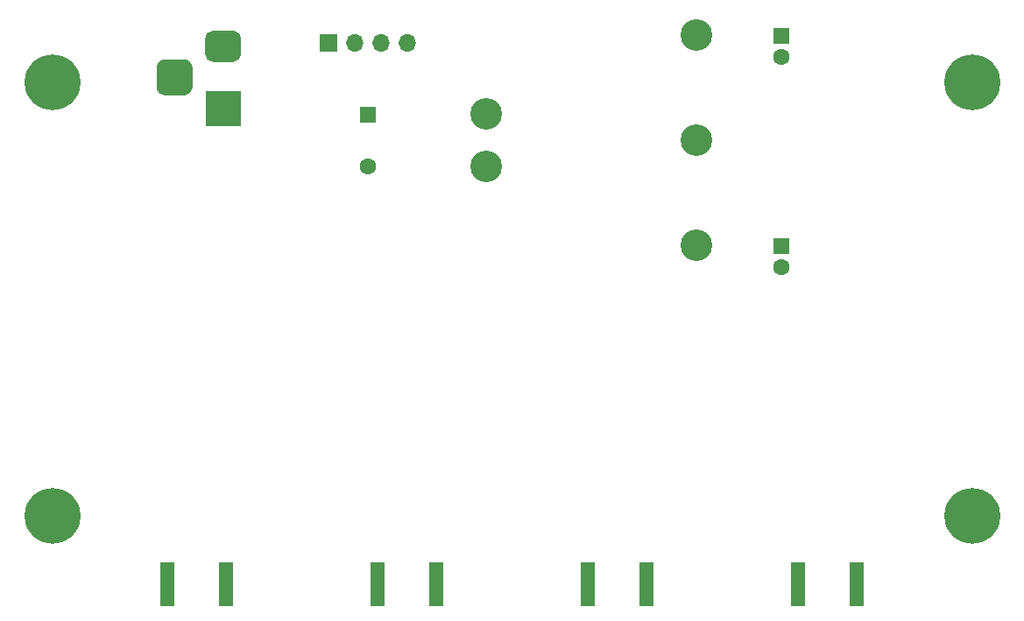
<source format=gbr>
%TF.GenerationSoftware,KiCad,Pcbnew,(5.1.8)-1*%
%TF.CreationDate,2021-05-16T11:41:04-04:00*%
%TF.ProjectId,openEPR_Lock-In,6f70656e-4550-4525-9f4c-6f636b2d496e,B*%
%TF.SameCoordinates,Original*%
%TF.FileFunction,Soldermask,Bot*%
%TF.FilePolarity,Negative*%
%FSLAX46Y46*%
G04 Gerber Fmt 4.6, Leading zero omitted, Abs format (unit mm)*
G04 Created by KiCad (PCBNEW (5.1.8)-1) date 2021-05-16 11:41:04*
%MOMM*%
%LPD*%
G01*
G04 APERTURE LIST*
%ADD10O,1.700000X1.700000*%
%ADD11R,1.700000X1.700000*%
%ADD12C,3.048000*%
%ADD13R,3.500000X3.500000*%
%ADD14C,5.400000*%
%ADD15R,1.350000X4.200000*%
%ADD16R,1.600000X1.600000*%
%ADD17C,1.600000*%
G04 APERTURE END LIST*
D10*
%TO.C,J6*%
X63500000Y-31750000D03*
X60960000Y-31750000D03*
X58420000Y-31750000D03*
D11*
X55880000Y-31750000D03*
%TD*%
D12*
%TO.C,U4*%
X91440000Y-30988000D03*
X91440000Y-41148000D03*
X91440000Y-51308000D03*
X71120000Y-43688000D03*
X71120000Y-38608000D03*
%TD*%
%TO.C,J4*%
G36*
G01*
X40145000Y-33350000D02*
X41895000Y-33350000D01*
G75*
G02*
X42770000Y-34225000I0J-875000D01*
G01*
X42770000Y-35975000D01*
G75*
G02*
X41895000Y-36850000I-875000J0D01*
G01*
X40145000Y-36850000D01*
G75*
G02*
X39270000Y-35975000I0J875000D01*
G01*
X39270000Y-34225000D01*
G75*
G02*
X40145000Y-33350000I875000J0D01*
G01*
G37*
G36*
G01*
X44720000Y-30600000D02*
X46720000Y-30600000D01*
G75*
G02*
X47470000Y-31350000I0J-750000D01*
G01*
X47470000Y-32850000D01*
G75*
G02*
X46720000Y-33600000I-750000J0D01*
G01*
X44720000Y-33600000D01*
G75*
G02*
X43970000Y-32850000I0J750000D01*
G01*
X43970000Y-31350000D01*
G75*
G02*
X44720000Y-30600000I750000J0D01*
G01*
G37*
D13*
X45720000Y-38100000D03*
%TD*%
D14*
%TO.C,H4*%
X29210000Y-77470000D03*
%TD*%
%TO.C,H3*%
X118110000Y-77470000D03*
%TD*%
%TO.C,H2*%
X118110000Y-35560000D03*
%TD*%
%TO.C,H1*%
X29210000Y-35560000D03*
%TD*%
D15*
%TO.C,J1*%
X60675000Y-84128000D03*
X66325000Y-84128000D03*
%TD*%
%TO.C,J2*%
X46005000Y-84128000D03*
X40355000Y-84128000D03*
%TD*%
%TO.C,J3*%
X101315000Y-84128000D03*
X106965000Y-84128000D03*
%TD*%
%TO.C,J5*%
X80995000Y-84128000D03*
X86645000Y-84128000D03*
%TD*%
D16*
%TO.C,C7*%
X59690000Y-38735000D03*
D17*
X59690000Y-43735000D03*
%TD*%
D16*
%TO.C,C9*%
X99695000Y-51435000D03*
D17*
X99695000Y-53435000D03*
%TD*%
%TO.C,C11*%
X99695000Y-33115000D03*
D16*
X99695000Y-31115000D03*
%TD*%
M02*

</source>
